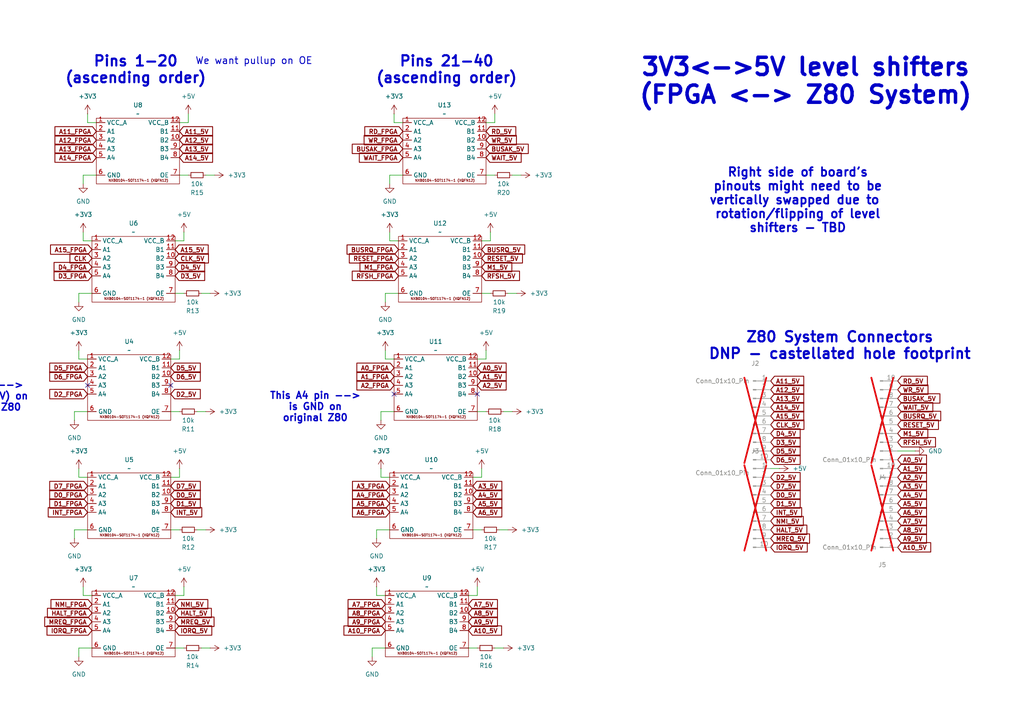
<source format=kicad_sch>
(kicad_sch (version 20231120) (generator "eeschema") (generator_version "8.0")
  (paper "A4")
  (title_block (company "University of Texas at Austin / Phoenix Semiconductor") (comment 1 "Connor Leu"))
  (lib_symbols
    (symbol "Connector:Conn_01x10_Pin" (pin_names (offset 1.016) hide)
      (property "Reference" "J" (at 0 12.7 0))
      (property "Value" "Conn_01x10_Pin" (at 0 -15.24 0))
      (symbol "Conn_01x10_Pin_1_1"
        (polyline (pts (xy 1.27 -12.7) (xy 0.8636 -12.7)) (stroke (width 0.1524)))
        (polyline (pts (xy 1.27 -10.16) (xy 0.8636 -10.16)) (stroke (width 0.1524)))
        (polyline (pts (xy 1.27 -7.62) (xy 0.8636 -7.62)) (stroke (width 0.1524)))
        (polyline (pts (xy 1.27 -5.08) (xy 0.8636 -5.08)) (stroke (width 0.1524)))
        (polyline (pts (xy 1.27 -2.54) (xy 0.8636 -2.54)) (stroke (width 0.1524)))
        (polyline (pts (xy 1.27 0) (xy 0.8636 0)) (stroke (width 0.1524)))
        (polyline (pts (xy 1.27 2.54) (xy 0.8636 2.54)) (stroke (width 0.1524)))
        (polyline (pts (xy 1.27 5.08) (xy 0.8636 5.08)) (stroke (width 0.1524)))
        (polyline (pts (xy 1.27 7.62) (xy 0.8636 7.62)) (stroke (width 0.1524)))
        (polyline (pts (xy 1.27 10.16) (xy 0.8636 10.16)) (stroke (width 0.1524)))
        (rectangle (start 0.8636 -12.573) (end 0 -12.827) (stroke (width 0.1524)) (fill (type outline)))
        (rectangle (start 0.8636 -10.033) (end 0 -10.287) (stroke (width 0.1524)) (fill (type outline)))
        (rectangle (start 0.8636 -7.493) (end 0 -7.747) (stroke (width 0.1524)) (fill (type outline)))
        (rectangle (start 0.8636 -4.953) (end 0 -5.207) (stroke (width 0.1524)) (fill (type outline)))
        (rectangle (start 0.8636 -2.413) (end 0 -2.667) (stroke (width 0.1524)) (fill (type outline)))
        (rectangle (start 0.8636 0.127) (end 0 -0.127) (stroke (width 0.1524)) (fill (type outline)))
        (rectangle (start 0.8636 2.667) (end 0 2.413) (stroke (width 0.1524)) (fill (type outline)))
        (rectangle (start 0.8636 5.207) (end 0 4.953) (stroke (width 0.1524)) (fill (type outline)))
        (rectangle (start 0.8636 7.747) (end 0 7.493) (stroke (width 0.1524)) (fill (type outline)))
        (rectangle (start 0.8636 10.287) (end 0 10.033) (stroke (width 0.1524)) (fill (type outline)))
        (pin passive line (at 5.08 10.16 180) (length 3.81) (name "Pin_1") (number "1"))
        (pin passive line (at 5.08 -12.7 180) (length 3.81) (name "Pin_10") (number "10"))
        (pin passive line (at 5.08 7.62 180) (length 3.81) (name "Pin_2") (number "2"))
        (pin passive line (at 5.08 5.08 180) (length 3.81) (name "Pin_3") (number "3"))
        (pin passive line (at 5.08 2.54 180) (length 3.81) (name "Pin_4") (number "4"))
        (pin passive line (at 5.08 0 180) (length 3.81) (name "Pin_5") (number "5"))
        (pin passive line (at 5.08 -2.54 180) (length 3.81) (name "Pin_6") (number "6"))
        (pin passive line (at 5.08 -5.08 180) (length 3.81) (name "Pin_7") (number "7"))
        (pin passive line (at 5.08 -7.62 180) (length 3.81) (name "Pin_8") (number "8"))
        (pin passive line (at 5.08 -10.16 180) (length 3.81) (name "Pin_9") (number "9"))
      )
    )
    (symbol "Device:R_Small" (pin_numbers hide) (pin_names (offset 0.254) hide)
      (property "Reference" "R" (at 0.762 0.508 0))
      (property "Value" "R_Small" (at 0.762 -1.016 0))
      (symbol "R_Small_0_1"
        (rectangle (start -0.762 1.778) (end 0.762 -1.778) (stroke (width 0.2032)))
      )
      (symbol "R_Small_1_1"
        (pin passive line (at 0 2.54 270) (length 0.762) (name "~") (number "1"))
        (pin passive line (at 0 -2.54 90) (length 0.762) (name "~") (number "2"))
      )
    )
    (symbol "custom_symbols:NXB0104_XQFN12"
      (property "Reference" "U" (at 7.112 0 0))
      (symbol "NXB0104_XQFN12_0_1"
        (rectangle (start -5.08 7.62) (end 19.05 -11.43))
      )
      (symbol "NXB0104_XQFN12_1_1"
        (text "NXB0104-SOT1174-1 (XQFN12)\n" (at 7.112 -10.414 0) (effects (font (size 0.7 0.7) (bold yes))))
        (pin input line (at -5.08 6.35 0) (length 2.54) (name "VCC_A") (number "1"))
        (pin bidirectional line (at 19.05 1.27 180) (length 2.54) (name "B2") (number "10"))
        (pin bidirectional line (at 19.05 3.81 180) (length 2.54) (name "B1") (number "11"))
        (pin input line (at 19.05 6.35 180) (length 2.54) (name "VCC_B") (number "12"))
        (pin bidirectional line (at -5.08 3.81 0) (length 2.54) (name "A1") (number "2"))
        (pin bidirectional line (at -5.08 1.27 0) (length 2.54) (name "A2") (number "3"))
        (pin bidirectional line (at -5.08 -1.27 0) (length 2.54) (name "A3") (number "4"))
        (pin bidirectional line (at -5.08 -3.81 0) (length 2.54) (name "A4") (number "5"))
        (pin input line (at -5.08 -8.89 0) (length 2.54) (name "GND") (number "6"))
        (pin input line (at 19.05 -8.89 180) (length 2.54) (name "OE") (number "7"))
        (pin bidirectional line (at 19.05 -3.81 180) (length 2.54) (name "B4") (number "8"))
        (pin bidirectional line (at 19.05 -1.27 180) (length 2.54) (name "B3") (number "9"))
      )
    )
    (symbol "power:+3V3" (power) (pin_numbers hide) (pin_names (offset 0) hide)
      (property "Value" "+3V3" (at 0 3.556 0))
      (symbol "+3V3_0_1"
        (polyline (pts (xy -0.762 1.27) (xy 0 2.54)))
        (polyline (pts (xy 0 0) (xy 0 2.54)))
        (polyline (pts (xy 0 2.54) (xy 0.762 1.27)))
      )
      (symbol "+3V3_1_1"
        (pin power_in line (at 0 0 90) (length 0) (name "~") (number "1"))
      )
    )
    (symbol "power:+5V" (power) (pin_numbers hide) (pin_names (offset 0) hide)
      (property "Value" "+5V" (at 0 3.556 0))
      (symbol "+5V_0_1"
        (polyline (pts (xy -0.762 1.27) (xy 0 2.54)))
        (polyline (pts (xy 0 0) (xy 0 2.54)))
        (polyline (pts (xy 0 2.54) (xy 0.762 1.27)))
      )
      (symbol "+5V_1_1"
        (pin power_in line (at 0 0 90) (length 0) (name "~") (number "1"))
      )
    )
    (symbol "power:GND" (power) (pin_numbers hide) (pin_names (offset 0) hide)
      (property "Value" "GND" (at 0 -3.81 0))
      (symbol "GND_0_1"
        (polyline (pts (xy 0 0) (xy 0 -1.27) (xy 1.27 -1.27) (xy 0 -2.54) (xy -1.27 -1.27) (xy 0 -1.27)))
      )
      (symbol "GND_1_1"
        (pin power_in line (at 0 0 270) (length 0) (name "~") (number "1"))
      )
    )
  )
  (no_connect (at 49.53 111.76))
  (no_connect (at 114.3 114.3))
  (no_connect (at 138.43 114.3))
  (no_connect (at 25.4 111.76))
  (wire (pts (xy 21.59 121.92) (xy 21.59 119.38)))
  (wire (pts (xy 114.3 35.56) (xy 116.84 35.56)))
  (wire (pts (xy 113.03 67.31) (xy 113.03 69.85)))
  (wire (pts (xy 22.86 85.09) (xy 26.67 85.09)))
  (wire (pts (xy 24.13 172.72) (xy 26.67 172.72)))
  (wire (pts (xy 139.7 135.89) (xy 139.7 138.43)))
  (wire (pts (xy 111.76 87.63) (xy 111.76 85.09)))
  (wire (pts (xy 52.07 101.6) (xy 52.07 104.14)))
  (wire (pts (xy 140.97 101.6) (xy 140.97 104.14)))
  (wire (pts (xy 110.49 119.38) (xy 114.3 119.38)))
  (wire (pts (xy 50.8 85.09) (xy 53.34 85.09)))
  (wire (pts (xy 22.86 87.63) (xy 22.86 85.09)))
  (wire (pts (xy 138.43 170.18) (xy 138.43 172.72)))
  (wire (pts (xy 57.15 153.67) (xy 59.69 153.67)))
  (wire (pts (xy 24.13 67.31) (xy 24.13 69.85)))
  (wire (pts (xy 111.76 101.6) (xy 111.76 104.14)))
  (wire (pts (xy 24.13 170.18) (xy 24.13 172.72)))
  (wire (pts (xy 21.59 119.38) (xy 25.4 119.38)))
  (wire (pts (xy 146.05 119.38) (xy 148.59 119.38)))
  (wire (pts (xy 21.59 156.21) (xy 21.59 153.67)))
  (wire (pts (xy 142.24 69.85) (xy 139.7 69.85)))
  (wire (pts (xy 113.03 53.34) (xy 113.03 50.8)))
  (wire (pts (xy 138.43 119.38) (xy 140.97 119.38)))
  (wire (pts (xy 52.07 138.43) (xy 49.53 138.43)))
  (wire (pts (xy 140.97 104.14) (xy 138.43 104.14)))
  (wire (pts (xy 50.8 187.96) (xy 53.34 187.96)))
  (wire (pts (xy 49.53 119.38) (xy 52.07 119.38)))
  (wire (pts (xy 49.53 153.67) (xy 52.07 153.67)))
  (wire (pts (xy 113.03 69.85) (xy 115.57 69.85)))
  (wire (pts (xy 138.43 172.72) (xy 135.89 172.72)))
  (wire (pts (xy 53.34 67.31) (xy 53.34 69.85)))
  (wire (pts (xy 22.86 104.14) (xy 25.4 104.14)))
  (wire (pts (xy 24.13 53.34) (xy 24.13 50.8)))
  (wire (pts (xy 25.4 35.56) (xy 27.94 35.56)))
  (wire (pts (xy 144.78 153.67) (xy 147.32 153.67)))
  (wire (pts (xy 22.86 135.89) (xy 22.86 138.43)))
  (wire (pts (xy 107.95 187.96) (xy 111.76 187.96)))
  (wire (pts (xy 114.3 33.02) (xy 114.3 35.56)))
  (wire (pts (xy 110.49 135.89) (xy 110.49 138.43)))
  (wire (pts (xy 110.49 138.43) (xy 113.03 138.43)))
  (wire (pts (xy 24.13 50.8) (xy 27.94 50.8)))
  (wire (pts (xy 140.97 50.8) (xy 143.51 50.8)))
  (wire (pts (xy 109.22 172.72) (xy 111.76 172.72)))
  (wire (pts (xy 58.42 187.96) (xy 60.96 187.96)))
  (wire (pts (xy 53.34 69.85) (xy 50.8 69.85)))
  (wire (pts (xy 139.7 138.43) (xy 137.16 138.43)))
  (wire (pts (xy 107.95 190.5) (xy 107.95 187.96)))
  (wire (pts (xy 135.89 187.96) (xy 138.43 187.96)))
  (wire (pts (xy 111.76 104.14) (xy 114.3 104.14)))
  (wire (pts (xy 57.15 119.38) (xy 59.69 119.38)))
  (wire (pts (xy 109.22 156.21) (xy 109.22 153.67)))
  (wire (pts (xy 143.51 187.96) (xy 146.05 187.96)))
  (wire (pts (xy 53.34 172.72) (xy 50.8 172.72)))
  (wire (pts (xy 22.86 187.96) (xy 26.67 187.96)))
  (wire (pts (xy 25.4 33.02) (xy 25.4 35.56)))
  (wire (pts (xy 52.07 50.8) (xy 54.61 50.8)))
  (wire (pts (xy 111.76 85.09) (xy 115.57 85.09)))
  (wire (pts (xy 113.03 50.8) (xy 116.84 50.8)))
  (wire (pts (xy 223.52 135.89) (xy 226.06 135.89)))
  (wire (pts (xy 54.61 35.56) (xy 52.07 35.56)))
  (wire (pts (xy 260.35 130.81) (xy 265.43 130.81)))
  (wire (pts (xy 109.22 170.18) (xy 109.22 172.72)))
  (wire (pts (xy 143.51 35.56) (xy 140.97 35.56)))
  (wire (pts (xy 148.59 50.8) (xy 151.13 50.8)))
  (wire (pts (xy 22.86 190.5) (xy 22.86 187.96)))
  (wire (pts (xy 142.24 67.31) (xy 142.24 69.85)))
  (wire (pts (xy 143.51 33.02) (xy 143.51 35.56)))
  (wire (pts (xy 137.16 153.67) (xy 139.7 153.67)))
  (wire (pts (xy 52.07 104.14) (xy 49.53 104.14)))
  (wire (pts (xy 139.7 85.09) (xy 142.24 85.09)))
  (wire (pts (xy 110.49 121.92) (xy 110.49 119.38)))
  (wire (pts (xy 52.07 135.89) (xy 52.07 138.43)))
  (wire (pts (xy 58.42 85.09) (xy 60.96 85.09)))
  (wire (pts (xy 54.61 33.02) (xy 54.61 35.56)))
  (wire (pts (xy 109.22 153.67) (xy 113.03 153.67)))
  (wire (pts (xy 24.13 69.85) (xy 26.67 69.85)))
  (wire (pts (xy 22.86 101.6) (xy 22.86 104.14)))
  (wire (pts (xy 21.59 153.67) (xy 25.4 153.67)))
  (wire (pts (xy 147.32 85.09) (xy 149.86 85.09)))
  (wire (pts (xy 22.86 138.43) (xy 25.4 138.43)))
  (wire (pts (xy 53.34 170.18) (xy 53.34 172.72)))
  (wire (pts (xy 59.69 50.8) (xy 62.23 50.8)))
  (text "3V3<->5V level shifters\n(FPGA <-> Z80 System)" (at 233.68 23.622 0) (effects (font (size 5 5) (bold yes))))
  (text "Z80 System Connectors\nDNP - castellated hole footprint" (at 243.586 100.33 0) (effects (font (size 3 3) (bold yes))))
  (text "This A4 pin -->\nis GND on\noriginal Z80" (at 91.44 118.11 0) (effects (font (size 2 2) (bold yes))))
  (text "This A3 -->\nis VCC (5V) on\noriginal Z80" (at -3.302 115.062 0) (effects (font (size 2 2) (bold yes))))
  (text "We want pullup on OE" (at 73.66 17.78 0) (effects (font (size 2 2) (thickness 0.254) (bold yes))))
  (text "Right side of board's\npinouts might need to be\nvertically swapped due to \nrotation/flipping of level\nshifters - TBD" (at 231.394 58.166 0) (effects (font (size 2.5 2.5) (bold yes))))
  (text "Pins 21-40\n(ascending order)" (at 129.54 20.32 0) (effects (font (size 3 3) (bold yes))))
  (text "Pins 1-20\n(ascending order)" (at 39.37 20.32 0) (effects (font (size 3 3) (bold yes))))
  (global_label "A6_5V" (shape input) (at 137.16 148.59 0) (effects (font (bold yes))) (property "Intersheetrefs" "${INTERSHEET_REFS}" (effects (hide yes))))
  (global_label "A5_FPGA" (shape input) (at 113.03 146.05 180) (effects (font (bold yes))) (property "Intersheetrefs" "${INTERSHEET_REFS}" (effects (hide yes))))
  (global_label "D4_FPGA" (shape input) (at 26.67 77.47 180) (effects (font (bold yes))) (property "Intersheetrefs" "${INTERSHEET_REFS}" (effects (hide yes))))
  (global_label "A4_5V" (shape input) (at 137.16 143.51 0) (effects (font (bold yes))) (property "Intersheetrefs" "${INTERSHEET_REFS}" (effects (hide yes))))
  (global_label "BUSRQ_5V" (shape input) (at 139.7 72.39 0) (effects (font (bold yes))) (property "Intersheetrefs" "${INTERSHEET_REFS}" (effects (hide yes))))
  (global_label "A3_FPGA" (shape input) (at 113.03 140.97 180) (effects (font (bold yes))) (property "Intersheetrefs" "${INTERSHEET_REFS}" (effects (hide yes))))
  (global_label "D3_FPGA" (shape input) (at 26.67 80.01 180) (effects (font (bold yes))) (property "Intersheetrefs" "${INTERSHEET_REFS}" (effects (hide yes))))
  (global_label "A11_5V" (shape input) (at 223.52 110.49 0) (effects (font (bold yes))) (property "Intersheetrefs" "${INTERSHEET_REFS}" (effects (hide yes))))
  (global_label "HALT_5V" (shape input) (at 50.8 177.8 0) (effects (font (bold yes))) (property "Intersheetrefs" "${INTERSHEET_REFS}" (effects (hide yes))))
  (global_label "A5_5V" (shape input) (at 260.35 146.05 0) (effects (font (bold yes))) (property "Intersheetrefs" "${INTERSHEET_REFS}" (effects (hide yes))))
  (global_label "D6_5V" (shape input) (at 223.52 133.35 0) (effects (font (bold yes))) (property "Intersheetrefs" "${INTERSHEET_REFS}" (effects (hide yes))))
  (global_label "MREQ_5V" (shape input) (at 223.52 156.21 0) (effects (font (bold yes))) (property "Intersheetrefs" "${INTERSHEET_REFS}" (effects (hide yes))))
  (global_label "A0_5V" (shape input) (at 138.43 106.68 0) (effects (font (bold yes))) (property "Intersheetrefs" "${INTERSHEET_REFS}" (effects (hide yes))))
  (global_label "A2_FPGA" (shape input) (at 114.3 111.76 180) (effects (font (bold yes))) (property "Intersheetrefs" "${INTERSHEET_REFS}" (effects (hide yes))))
  (global_label "RESET_FPGA" (shape input) (at 115.57 74.93 180) (effects (font (bold yes))) (property "Intersheetrefs" "${INTERSHEET_REFS}" (effects (hide yes))))
  (global_label "WAIT_5V" (shape input) (at 260.35 118.11 0) (effects (font (bold yes))) (property "Intersheetrefs" "${INTERSHEET_REFS}" (effects (hide yes))))
  (global_label "IORQ_FPGA" (shape input) (at 26.67 182.88 180) (effects (font (bold yes))) (property "Intersheetrefs" "${INTERSHEET_REFS}" (effects (hide yes))))
  (global_label "D0_FPGA" (shape input) (at 25.4 143.51 180) (effects (font (bold yes))) (property "Intersheetrefs" "${INTERSHEET_REFS}" (effects (hide yes))))
  (global_label "A13_5V" (shape input) (at 223.52 115.57 0) (effects (font (bold yes))) (property "Intersheetrefs" "${INTERSHEET_REFS}" (effects (hide yes))))
  (global_label "D2_FPGA" (shape input) (at 25.4 114.3 180) (effects (font (bold yes))) (property "Intersheetrefs" "${INTERSHEET_REFS}" (effects (hide yes))))
  (global_label "A10_5V" (shape input) (at 260.35 158.75 0) (effects (font (bold yes))) (property "Intersheetrefs" "${INTERSHEET_REFS}" (effects (hide yes))))
  (global_label "D1_5V" (shape input) (at 49.53 146.05 0) (effects (font (bold yes))) (property "Intersheetrefs" "${INTERSHEET_REFS}" (effects (hide yes))))
  (global_label "D3_5V" (shape input) (at 50.8 80.01 0) (effects (font (bold yes))) (property "Intersheetrefs" "${INTERSHEET_REFS}" (effects (hide yes))))
  (global_label "WR_5V" (shape input) (at 260.35 113.03 0) (effects (font (bold yes))) (property "Intersheetrefs" "${INTERSHEET_REFS}" (effects (hide yes))))
  (global_label "A7_5V" (shape input) (at 135.89 175.26 0) (effects (font (bold yes))) (property "Intersheetrefs" "${INTERSHEET_REFS}" (effects (hide yes))))
  (global_label "RFSH_5V" (shape input) (at 260.35 128.27 0) (effects (font (bold yes))) (property "Intersheetrefs" "${INTERSHEET_REFS}" (effects (hide yes))))
  (global_label "WAIT_5V" (shape input) (at 140.97 45.72 0) (effects (font (bold yes))) (property "Intersheetrefs" "${INTERSHEET_REFS}" (effects (hide yes))))
  (global_label "BUSRQ_FPGA" (shape input) (at 115.57 72.39 180) (effects (font (bold yes))) (property "Intersheetrefs" "${INTERSHEET_REFS}" (effects (hide yes))))
  (global_label "CLK" (shape input) (at 26.67 74.93 180) (effects (font (bold yes))) (property "Intersheetrefs" "${INTERSHEET_REFS}" (effects (hide yes))))
  (global_label "A13_FPGA" (shape input) (at 27.94 43.18 180) (effects (font (bold yes))) (property "Intersheetrefs" "${INTERSHEET_REFS}" (effects (hide yes))))
  (global_label "D5_FPGA" (shape input) (at 25.4 106.68 180) (effects (font (bold yes))) (property "Intersheetrefs" "${INTERSHEET_REFS}" (effects (hide yes))))
  (global_label "D6_FPGA" (shape input) (at 25.4 109.22 180) (effects (font (bold yes))) (property "Intersheetrefs" "${INTERSHEET_REFS}" (effects (hide yes))))
  (global_label "BUSAK_5V" (shape input) (at 260.35 115.57 0) (effects (font (bold yes))) (property "Intersheetrefs" "${INTERSHEET_REFS}" (effects (hide yes))))
  (global_label "D1_FPGA" (shape input) (at 25.4 146.05 180) (effects (font (bold yes))) (property "Intersheetrefs" "${INTERSHEET_REFS}" (effects (hide yes))))
  (global_label "M1_5V" (shape input) (at 260.35 125.73 0) (effects (font (bold yes))) (property "Intersheetrefs" "${INTERSHEET_REFS}" (effects (hide yes))))
  (global_label "A12_FPGA" (shape input) (at 27.94 40.64 180) (effects (font (bold yes))) (property "Intersheetrefs" "${INTERSHEET_REFS}" (effects (hide yes))))
  (global_label "NMI_5V" (shape input) (at 50.8 175.26 0) (effects (font (bold yes))) (property "Intersheetrefs" "${INTERSHEET_REFS}" (effects (hide yes))))
  (global_label "A2_5V" (shape input) (at 260.35 138.43 0) (effects (font (bold yes))) (property "Intersheetrefs" "${INTERSHEET_REFS}" (effects (hide yes))))
  (global_label "CLK_5V" (shape input) (at 50.8 74.93 0) (effects (font (bold yes))) (property "Intersheetrefs" "${INTERSHEET_REFS}" (effects (hide yes))))
  (global_label "A0_FPGA" (shape input) (at 114.3 106.68 180) (effects (font (bold yes))) (property "Intersheetrefs" "${INTERSHEET_REFS}" (effects (hide yes))))
  (global_label "A8_FPGA" (shape input) (at 111.76 177.8 180) (effects (font (bold yes))) (property "Intersheetrefs" "${INTERSHEET_REFS}" (effects (hide yes))))
  (global_label "A10_FPGA" (shape input) (at 111.76 182.88 180) (effects (font (bold yes))) (property "Intersheetrefs" "${INTERSHEET_REFS}" (effects (hide yes))))
  (global_label "A10_5V" (shape input) (at 135.89 182.88 0) (effects (font (bold yes))) (property "Intersheetrefs" "${INTERSHEET_REFS}" (effects (hide yes))))
  (global_label "A4_5V" (shape input) (at 260.35 143.51 0) (effects (font (bold yes))) (property "Intersheetrefs" "${INTERSHEET_REFS}" (effects (hide yes))))
  (global_label "A7_5V" (shape input) (at 260.35 151.13 0) (effects (font (bold yes))) (property "Intersheetrefs" "${INTERSHEET_REFS}" (effects (hide yes))))
  (global_label "BUSAK_FPGA" (shape input) (at 116.84 43.18 180) (effects (font (bold yes))) (property "Intersheetrefs" "${INTERSHEET_REFS}" (effects (hide yes))))
  (global_label "A3_5V" (shape input) (at 260.35 140.97 0) (effects (font (bold yes))) (property "Intersheetrefs" "${INTERSHEET_REFS}" (effects (hide yes))))
  (global_label "IORQ_5V" (shape input) (at 223.52 158.75 0) (effects (font (bold yes))) (property "Intersheetrefs" "${INTERSHEET_REFS}" (effects (hide yes))))
  (global_label "RFSH_5V" (shape input) (at 139.7 80.01 0) (effects (font (bold yes))) (property "Intersheetrefs" "${INTERSHEET_REFS}" (effects (hide yes))))
  (global_label "RFSH_FPGA" (shape input) (at 115.57 80.01 180) (effects (font (bold yes))) (property "Intersheetrefs" "${INTERSHEET_REFS}" (effects (hide yes))))
  (global_label "D1_5V" (shape input) (at 223.52 146.05 0) (effects (font (bold yes))) (property "Intersheetrefs" "${INTERSHEET_REFS}" (effects (hide yes))))
  (global_label "D7_5V" (shape input) (at 49.53 140.97 0) (effects (font (bold yes))) (property "Intersheetrefs" "${INTERSHEET_REFS}" (effects (hide yes))))
  (global_label "WR_5V" (shape input) (at 140.97 40.64 0) (effects (font (bold yes))) (property "Intersheetrefs" "${INTERSHEET_REFS}" (effects (hide yes))))
  (global_label "RD_5V" (shape input) (at 260.35 110.49 0) (effects (font (bold yes))) (property "Intersheetrefs" "${INTERSHEET_REFS}" (effects (hide yes))))
  (global_label "A2_5V" (shape input) (at 138.43 111.76 0) (effects (font (bold yes))) (property "Intersheetrefs" "${INTERSHEET_REFS}" (effects (hide yes))))
  (global_label "D5_5V" (shape input) (at 223.52 130.81 0) (effects (font (bold yes))) (property "Intersheetrefs" "${INTERSHEET_REFS}" (effects (hide yes))))
  (global_label "D4_5V" (shape input) (at 223.52 125.73 0) (effects (font (bold yes))) (property "Intersheetrefs" "${INTERSHEET_REFS}" (effects (hide yes))))
  (global_label "A9_FPGA" (shape input) (at 111.76 180.34 180) (effects (font (bold yes))) (property "Intersheetrefs" "${INTERSHEET_REFS}" (effects (hide yes))))
  (global_label "M1_FPGA" (shape input) (at 115.57 77.47 180) (effects (font (bold yes))) (property "Intersheetrefs" "${INTERSHEET_REFS}" (effects (hide yes))))
  (global_label "A1_5V" (shape input) (at 138.43 109.22 0) (effects (font (bold yes))) (property "Intersheetrefs" "${INTERSHEET_REFS}" (effects (hide yes))))
  (global_label "A6_FPGA" (shape input) (at 113.03 148.59 180) (effects (font (bold yes))) (property "Intersheetrefs" "${INTERSHEET_REFS}" (effects (hide yes))))
  (global_label "BUSAK_5V" (shape input) (at 140.97 43.18 0) (effects (font (bold yes))) (property "Intersheetrefs" "${INTERSHEET_REFS}" (effects (hide yes))))
  (global_label "A8_5V" (shape input) (at 260.35 153.67 0) (effects (font (bold yes))) (property "Intersheetrefs" "${INTERSHEET_REFS}" (effects (hide yes))))
  (global_label "A15_5V" (shape input) (at 223.52 120.65 0) (effects (font (bold yes))) (property "Intersheetrefs" "${INTERSHEET_REFS}" (effects (hide yes))))
  (global_label "A3_5V" (shape input) (at 137.16 140.97 0) (effects (font (bold yes))) (property "Intersheetrefs" "${INTERSHEET_REFS}" (effects (hide yes))))
  (global_label "D7_5V" (shape input) (at 223.52 140.97 0) (effects (font (bold yes))) (property "Intersheetrefs" "${INTERSHEET_REFS}" (effects (hide yes))))
  (global_label "RD_5V" (shape input) (at 140.97 38.1 0) (effects (font (bold yes))) (property "Intersheetrefs" "${INTERSHEET_REFS}" (effects (hide yes))))
  (global_label "D0_5V" (shape input) (at 49.53 143.51 0) (effects (font (bold yes))) (property "Intersheetrefs" "${INTERSHEET_REFS}" (effects (hide yes))))
  (global_label "D4_5V" (shape input) (at 50.8 77.47 0) (effects (font (bold yes))) (property "Intersheetrefs" "${INTERSHEET_REFS}" (effects (hide yes))))
  (global_label "D0_5V" (shape input) (at 223.52 143.51 0) (effects (font (bold yes))) (property "Intersheetrefs" "${INTERSHEET_REFS}" (effects (hide yes))))
  (global_label "RESET_5V" (shape input) (at 139.7 74.93 0) (effects (font (bold yes))) (property "Intersheetrefs" "${INTERSHEET_REFS}" (effects (hide yes))))
  (global_label "A14_5V" (shape input) (at 52.07 45.72 0) (effects (font (bold yes))) (property "Intersheetrefs" "${INTERSHEET_REFS}" (effects (hide yes))))
  (global_label "HALT_5V" (shape input) (at 223.52 153.67 0) (effects (font (bold yes))) (property "Intersheetrefs" "${INTERSHEET_REFS}" (effects (hide yes))))
  (global_label "A12_5V" (shape input) (at 223.52 113.03 0) (effects (font (bold yes))) (property "Intersheetrefs" "${INTERSHEET_REFS}" (effects (hide yes))))
  (global_label "IORQ_5V" (shape input) (at 50.8 182.88 0) (effects (font (bold yes))) (property "Intersheetrefs" "${INTERSHEET_REFS}" (effects (hide yes))))
  (global_label "INT_5V" (shape input) (at 223.52 148.59 0) (effects (font (bold yes))) (property "Intersheetrefs" "${INTERSHEET_REFS}" (effects (hide yes))))
  (global_label "HALT_FPGA" (shape input) (at 26.67 177.8 180) (effects (font (bold yes))) (property "Intersheetrefs" "${INTERSHEET_REFS}" (effects (hide yes))))
  (global_label "A12_5V" (shape input) (at 52.07 40.64 0) (effects (font (bold yes))) (property "Intersheetrefs" "${INTERSHEET_REFS}" (effects (hide yes))))
  (global_label "A1_5V" (shape input) (at 260.35 135.89 0) (effects (font (bold yes))) (property "Intersheetrefs" "${INTERSHEET_REFS}" (effects (hide yes))))
  (global_label "A6_5V" (shape input) (at 260.35 148.59 0) (effects (font (bold yes))) (property "Intersheetrefs" "${INTERSHEET_REFS}" (effects (hide yes))))
  (global_label "A15_FPGA" (shape input) (at 26.67 72.39 180) (effects (font (bold yes))) (property "Intersheetrefs" "${INTERSHEET_REFS}" (effects (hide yes))))
  (global_label "RD_FPGA" (shape input) (at 116.84 38.1 180) (effects (font (bold yes))) (property "Intersheetrefs" "${INTERSHEET_REFS}" (effects (hide yes))))
  (global_label "D2_5V" (shape input) (at 223.52 138.43 0) (effects (font (bold yes))) (property "Intersheetrefs" "${INTERSHEET_REFS}" (effects (hide yes))))
  (global_label "RESET_5V" (shape input) (at 260.35 123.19 0) (effects (font (bold yes))) (property "Intersheetrefs" "${INTERSHEET_REFS}" (effects (hide yes))))
  (global_label "D5_5V" (shape input) (at 49.53 106.68 0) (effects (font (bold yes))) (property "Intersheetrefs" "${INTERSHEET_REFS}" (effects (hide yes))))
  (global_label "WR_FPGA" (shape input) (at 116.84 40.64 180) (effects (font (bold yes))) (property "Intersheetrefs" "${INTERSHEET_REFS}" (effects (hide yes))))
  (global_label "A13_5V" (shape input) (at 52.07 43.18 0) (effects (font (bold yes))) (property "Intersheetrefs" "${INTERSHEET_REFS}" (effects (hide yes))))
  (global_label "A4_FPGA" (shape input) (at 113.03 143.51 180) (effects (font (bold yes))) (property "Intersheetrefs" "${INTERSHEET_REFS}" (effects (hide yes))))
  (global_label "A7_FPGA" (shape input) (at 111.76 175.26 180) (effects (font (bold yes))) (property "Intersheetrefs" "${INTERSHEET_REFS}" (effects (hide yes))))
  (global_label "MREQ_5V" (shape input) (at 50.8 180.34 0) (effects (font (bold yes))) (property "Intersheetrefs" "${INTERSHEET_REFS}" (effects (hide yes))))
  (global_label "A14_5V" (shape input) (at 223.52 118.11 0) (effects (font (bold yes))) (property "Intersheetrefs" "${INTERSHEET_REFS}" (effects (hide yes))))
  (global_label "NMI_5V" (shape input) (at 223.52 151.13 0) (effects (font (bold yes))) (property "Intersheetrefs" "${INTERSHEET_REFS}" (effects (hide yes))))
  (global_label "D6_5V" (shape input) (at 49.53 109.22 0) (effects (font (bold yes))) (property "Intersheetrefs" "${INTERSHEET_REFS}" (effects (hide yes))))
  (global_label "WAIT_FPGA" (shape input) (at 116.84 45.72 180) (effects (font (bold yes))) (property "Intersheetrefs" "${INTERSHEET_REFS}" (effects (hide yes))))
  (global_label "A0_5V" (shape input) (at 260.35 133.35 0) (effects (font (bold yes))) (property "Intersheetrefs" "${INTERSHEET_REFS}" (effects (hide yes))))
  (global_label "D2_5V" (shape input) (at 49.53 114.3 0) (effects (font (bold yes))) (property "Intersheetrefs" "${INTERSHEET_REFS}" (effects (hide yes))))
  (global_label "A1_FPGA" (shape input) (at 114.3 109.22 180) (effects (font (bold yes))) (property "Intersheetrefs" "${INTERSHEET_REFS}" (effects (hide yes))))
  (global_label "A9_5V" (shape input) (at 135.89 180.34 0) (effects (font (bold yes))) (property "Intersheetrefs" "${INTERSHEET_REFS}" (effects (hide yes))))
  (global_label "CLK_5V" (shape input) (at 223.52 123.19 0) (effects (font (bold yes))) (property "Intersheetrefs" "${INTERSHEET_REFS}" (effects (hide yes))))
  (global_label "A11_FPGA" (shape input) (at 27.94 38.1 180) (effects (font (bold yes))) (property "Intersheetrefs" "${INTERSHEET_REFS}" (effects (hide yes))))
  (global_label "NMI_FPGA" (shape input) (at 26.67 175.26 180) (effects (font (bold yes))) (property "Intersheetrefs" "${INTERSHEET_REFS}" (effects (hide yes))))
  (global_label "A14_FPGA" (shape input) (at 27.94 45.72 180) (effects (font (bold yes))) (property "Intersheetrefs" "${INTERSHEET_REFS}" (effects (hide yes))))
  (global_label "INT_FPGA" (shape input) (at 25.4 148.59 180) (effects (font (bold yes))) (property "Intersheetrefs" "${INTERSHEET_REFS}" (effects (hide yes))))
  (global_label "A9_5V" (shape input) (at 260.35 156.21 0) (effects (font (bold yes))) (property "Intersheetrefs" "${INTERSHEET_REFS}" (effects (hide yes))))
  (global_label "M1_5V" (shape input) (at 139.7 77.47 0) (effects (font (bold yes))) (property "Intersheetrefs" "${INTERSHEET_REFS}" (effects (hide yes))))
  (global_label "MREQ_FPGA" (shape input) (at 26.67 180.34 180) (effects (font (bold yes))) (property "Intersheetrefs" "${INTERSHEET_REFS}" (effects (hide yes))))
  (global_label "D7_FPGA" (shape input) (at 25.4 140.97 180) (effects (font (bold yes))) (property "Intersheetrefs" "${INTERSHEET_REFS}" (effects (hide yes))))
  (global_label "D3_5V" (shape input) (at 223.52 128.27 0) (effects (font (bold yes))) (property "Intersheetrefs" "${INTERSHEET_REFS}" (effects (hide yes))))
  (global_label "BUSRQ_5V" (shape input) (at 260.35 120.65 0) (effects (font (bold yes))) (property "Intersheetrefs" "${INTERSHEET_REFS}" (effects (hide yes))))
  (global_label "A8_5V" (shape input) (at 135.89 177.8 0) (effects (font (bold yes))) (property "Intersheetrefs" "${INTERSHEET_REFS}" (effects (hide yes))))
  (global_label "A11_5V" (shape input) (at 52.07 38.1 0) (effects (font (bold yes))) (property "Intersheetrefs" "${INTERSHEET_REFS}" (effects (hide yes))))
  (global_label "A5_5V" (shape input) (at 137.16 146.05 0) (effects (font (bold yes))) (property "Intersheetrefs" "${INTERSHEET_REFS}" (effects (hide yes))))
  (global_label "INT_5V" (shape input) (at 49.53 148.59 0) (effects (font (bold yes))) (property "Intersheetrefs" "${INTERSHEET_REFS}" (effects (hide yes))))
  (global_label "A15_5V" (shape input) (at 50.8 72.39 0) (effects (font (bold yes))) (property "Intersheetrefs" "${INTERSHEET_REFS}" (effects (hide yes))))
  (symbol (lib_id "power:+5V") (at 226.06 135.89 270) (unit 1)
    (property "Reference" "#PWR073" (effects (hide yes)))
    (property "Value" "+5V" (at 229.87 135.8899 90) (effects (justify left)))
    (property "Description" "Power symbol creates a global label with name \"+5V\"" (effects (hide yes)))
  )
  (symbol (lib_id "power:+5V") (at 138.43 170.18 0) (unit 1)
    (property "Reference" "#PWR063" (effects (hide yes)))
    (property "Value" "+5V" (at 138.43 165.1 0))
    (property "Description" "Power symbol creates a global label with name \"+5V\"" (effects (hide yes)))
  )
  (symbol (lib_id "power:+3V3") (at 62.23 50.8 270) (unit 1)
    (property "Reference" "#PWR052" (effects (hide yes)))
    (property "Value" "+3V3" (at 66.04 50.7999 90) (effects (justify left)))
    (property "Description" "Power symbol creates a global label with name \"+3V3\"" (effects (hide yes)))
  )
  (symbol (lib_id "power:+3V3") (at 109.22 170.18 0) (unit 1)
    (property "Reference" "#PWR055" (effects (hide yes)))
    (property "Value" "+3V3" (at 109.22 165.1 0))
    (property "Description" "Power symbol creates a global label with name \"+3V3\"" (effects (hide yes)))
  )
  (symbol (lib_id "custom_symbols:NXB0104_XQFN12") (at 31.75 76.2 0) (unit 1)
    (property "Reference" "U6" (at 38.735 64.77 0))
    (property "Value" "~" (at 38.735 67.31 0))
    (property "Footprint" "hardware:NXB0104GU12X" (effects (hide yes)))
  )
  (symbol (lib_id "power:+3V3") (at 149.86 85.09 270) (unit 1)
    (property "Reference" "#PWR071" (effects (hide yes)))
    (property "Value" "+3V3" (at 153.67 85.0899 90) (effects (justify left)))
    (property "Description" "Power symbol creates a global label with name \"+3V3\"" (effects (hide yes)))
  )
  (symbol (lib_id "power:+3V3") (at 22.86 101.6 0) (unit 1)
    (property "Reference" "#PWR036" (effects (hide yes)))
    (property "Value" "+3V3" (at 22.86 96.52 0))
    (property "Description" "Power symbol creates a global label with name \"+3V3\"" (effects (hide yes)))
  )
  (symbol (lib_id "power:+3V3") (at 60.96 85.09 270) (unit 1)
    (property "Reference" "#PWR050" (effects (hide yes)))
    (property "Value" "+3V3" (at 64.77 85.0899 90) (effects (justify left)))
    (property "Description" "Power symbol creates a global label with name \"+3V3\"" (effects (hide yes)))
  )
  (symbol (lib_id "power:+3V3") (at 151.13 50.8 270) (unit 1)
    (property "Reference" "#PWR072" (effects (hide yes)))
    (property "Value" "+3V3" (at 154.94 50.7999 90) (effects (justify left)))
    (property "Description" "Power symbol creates a global label with name \"+3V3\"" (effects (hide yes)))
  )
  (symbol (lib_id "power:+3V3") (at 59.69 119.38 270) (unit 1)
    (property "Reference" "#PWR048" (effects (hide yes)))
    (property "Value" "+3V3" (at 63.5 119.3799 90) (effects (justify left)))
    (property "Description" "Power symbol creates a global label with name \"+3V3\"" (effects (hide yes)))
  )
  (symbol (lib_id "power:+3V3") (at 148.59 119.38 270) (unit 1)
    (property "Reference" "#PWR070" (effects (hide yes)))
    (property "Value" "+3V3" (at 152.4 119.3799 90) (effects (justify left)))
    (property "Description" "Power symbol creates a global label with name \"+3V3\"" (effects (hide yes)))
  )
  (symbol (lib_id "custom_symbols:NXB0104_XQFN12") (at 118.11 144.78 0) (unit 1)
    (property "Reference" "U10" (at 125.095 133.35 0))
    (property "Value" "~" (at 125.095 135.89 0))
    (property "Footprint" "hardware:NXB0104GU12X" (effects (hide yes)))
  )
  (symbol (lib_id "Device:R_Small") (at 55.88 187.96 270) (unit 1)
    (property "Reference" "R14" (at 55.88 193.04 90))
    (property "Value" "10k" (at 55.88 190.5 90))
    (property "Footprint" "Resistor_SMD:R_0201_0603Metric" (effects (hide yes)))
    (property "Description" "Resistor, small symbol" (effects (hide yes)))
  )
  (symbol (lib_id "power:GND") (at 113.03 53.34 0) (unit 1)
    (property "Reference" "#PWR060" (effects (hide yes)))
    (property "Value" "GND" (at 113.03 58.42 0))
    (property "Description" "Power symbol creates a global label with name \"GND\" , ground" (effects (hide yes)))
  )
  (symbol (lib_id "Device:R_Small") (at 57.15 50.8 270) (unit 1)
    (property "Reference" "R15" (at 57.15 55.88 90))
    (property "Value" "10k" (at 57.15 53.34 90))
    (property "Footprint" "Resistor_SMD:R_0201_0603Metric" (effects (hide yes)))
    (property "Description" "Resistor, small symbol" (effects (hide yes)))
  )
  (symbol (lib_id "custom_symbols:NXB0104_XQFN12") (at 30.48 110.49 0) (unit 1)
    (property "Reference" "U4" (at 37.465 99.06 0))
    (property "Value" "~" (at 37.465 101.6 0))
    (property "Footprint" "hardware:NXB0104GU12X" (effects (hide yes)))
  )
  (symbol (lib_id "Device:R_Small") (at 140.97 187.96 270) (unit 1)
    (property "Reference" "R16" (at 140.97 193.04 90))
    (property "Value" "10k" (at 140.97 190.5 90))
    (property "Footprint" "Resistor_SMD:R_0201_0603Metric" (effects (hide yes)))
    (property "Description" "Resistor, small symbol" (effects (hide yes)))
  )
  (symbol (lib_id "Connector:Conn_01x10_Pin") (at 218.44 120.65 0) (unit 1) (in_bom no) (dnp yes)
    (property "Reference" "J2" (at 219.075 105.41 0))
    (property "Value" "Conn_01x10_Pin" (at 209.55 110.49 0))
    (property "Footprint" "Connector_PinHeader_2.54mm:PinHeader_1x10_P2.54mm_Vertical" (effects (hide yes)))
    (property "Description" "Generic connector, single row, 01x10, script generated" (effects (hide yes)))
  )
  (symbol (lib_id "power:+5V") (at 54.61 33.02 0) (unit 1)
    (property "Reference" "#PWR047" (effects (hide yes)))
    (property "Value" "+5V" (at 54.61 27.94 0))
    (property "Description" "Power symbol creates a global label with name \"+5V\"" (effects (hide yes)))
  )
  (symbol (lib_id "custom_symbols:NXB0104_XQFN12") (at 119.38 110.49 0) (unit 1)
    (property "Reference" "U11" (at 126.365 99.06 0))
    (property "Value" "~" (at 126.365 101.6 0))
    (property "Footprint" "hardware:NXB0104GU12X" (effects (hide yes)))
  )
  (symbol (lib_id "custom_symbols:NXB0104_XQFN12") (at 121.92 41.91 0) (unit 1)
    (property "Reference" "U13" (at 128.905 30.48 0))
    (property "Value" "~" (at 128.905 33.02 0))
    (property "Footprint" "hardware:NXB0104GU12X" (effects (hide yes)))
  )
  (symbol (lib_id "power:+3V3") (at 111.76 101.6 0) (unit 1)
    (property "Reference" "#PWR059" (effects (hide yes)))
    (property "Value" "+3V3" (at 111.76 96.52 0))
    (property "Description" "Power symbol creates a global label with name \"+3V3\"" (effects (hide yes)))
  )
  (symbol (lib_id "power:+3V3") (at 110.49 135.89 0) (unit 1)
    (property "Reference" "#PWR057" (effects (hide yes)))
    (property "Value" "+3V3" (at 110.49 130.81 0))
    (property "Description" "Power symbol creates a global label with name \"+3V3\"" (effects (hide yes)))
  )
  (symbol (lib_id "power:+3V3") (at 59.69 153.67 270) (unit 1)
    (property "Reference" "#PWR049" (effects (hide yes)))
    (property "Value" "+3V3" (at 63.5 153.6699 90) (effects (justify left)))
    (property "Description" "Power symbol creates a global label with name \"+3V3\"" (effects (hide yes)))
  )
  (symbol (lib_id "power:GND") (at 22.86 190.5 0) (unit 1)
    (property "Reference" "#PWR038" (effects (hide yes)))
    (property "Value" "GND" (at 22.86 195.58 0))
    (property "Description" "Power symbol creates a global label with name \"GND\" , ground" (effects (hide yes)))
  )
  (symbol (lib_id "power:GND") (at 109.22 156.21 0) (unit 1)
    (property "Reference" "#PWR054" (effects (hide yes)))
    (property "Value" "GND" (at 109.22 161.29 0))
    (property "Description" "Power symbol creates a global label with name \"GND\" , ground" (effects (hide yes)))
  )
  (symbol (lib_id "Device:R_Small") (at 144.78 85.09 270) (unit 1)
    (property "Reference" "R19" (at 144.78 90.17 90))
    (property "Value" "10k" (at 144.78 87.63 90))
    (property "Footprint" "Resistor_SMD:R_0201_0603Metric" (effects (hide yes)))
    (property "Description" "Resistor, small symbol" (effects (hide yes)))
  )
  (symbol (lib_id "power:+5V") (at 53.34 170.18 0) (unit 1)
    (property "Reference" "#PWR046" (effects (hide yes)))
    (property "Value" "+5V" (at 53.34 165.1 0))
    (property "Description" "Power symbol creates a global label with name \"+5V\"" (effects (hide yes)))
  )
  (symbol (lib_id "power:+3V3") (at 146.05 187.96 270) (unit 1)
    (property "Reference" "#PWR068" (effects (hide yes)))
    (property "Value" "+3V3" (at 149.86 187.9599 90) (effects (justify left)))
    (property "Description" "Power symbol creates a global label with name \"+3V3\"" (effects (hide yes)))
  )
  (symbol (lib_id "power:+3V3") (at 24.13 170.18 0) (unit 1)
    (property "Reference" "#PWR041" (effects (hide yes)))
    (property "Value" "+3V3" (at 24.13 165.1 0))
    (property "Description" "Power symbol creates a global label with name \"+3V3\"" (effects (hide yes)))
  )
  (symbol (lib_id "power:+3V3") (at 114.3 33.02 0) (unit 1)
    (property "Reference" "#PWR062" (effects (hide yes)))
    (property "Value" "+3V3" (at 114.3 27.94 0))
    (property "Description" "Power symbol creates a global label with name \"+3V3\"" (effects (hide yes)))
  )
  (symbol (lib_id "custom_symbols:NXB0104_XQFN12") (at 120.65 76.2 0) (unit 1)
    (property "Reference" "U12" (at 127.635 64.77 0))
    (property "Value" "~" (at 127.635 67.31 0))
    (property "Footprint" "hardware:NXB0104GU12X" (effects (hide yes)))
  )
  (symbol (lib_id "power:GND") (at 24.13 53.34 0) (unit 1)
    (property "Reference" "#PWR039" (effects (hide yes)))
    (property "Value" "GND" (at 24.13 58.42 0))
    (property "Description" "Power symbol creates a global label with name \"GND\" , ground" (effects (hide yes)))
  )
  (symbol (lib_id "Device:R_Small") (at 142.24 153.67 270) (unit 1)
    (property "Reference" "R17" (at 142.24 158.75 90))
    (property "Value" "10k" (at 142.24 156.21 90))
    (property "Footprint" "Resistor_SMD:R_0201_0603Metric" (effects (hide yes)))
    (property "Description" "Resistor, small symbol" (effects (hide yes)))
  )
  (symbol (lib_id "power:+3V3") (at 25.4 33.02 0) (unit 1)
    (property "Reference" "#PWR042" (effects (hide yes)))
    (property "Value" "+3V3" (at 25.4 27.94 0))
    (property "Description" "Power symbol creates a global label with name \"+3V3\"" (effects (hide yes)))
  )
  (symbol (lib_id "power:GND") (at 21.59 156.21 0) (unit 1)
    (property "Reference" "#PWR034" (effects (hide yes)))
    (property "Value" "GND" (at 21.59 161.29 0))
    (property "Description" "Power symbol creates a global label with name \"GND\" , ground" (effects (hide yes)))
  )
  (symbol (lib_id "custom_symbols:NXB0104_XQFN12") (at 31.75 179.07 0) (unit 1)
    (property "Reference" "U7" (at 38.735 167.64 0))
    (property "Value" "~" (at 38.735 170.18 0))
    (property "Footprint" "hardware:NXB0104GU12X" (effects (hide yes)))
  )
  (symbol (lib_id "power:+3V3") (at 24.13 67.31 0) (unit 1)
    (property "Reference" "#PWR040" (effects (hide yes)))
    (property "Value" "+3V3" (at 24.13 62.23 0))
    (property "Description" "Power symbol creates a global label with name \"+3V3\"" (effects (hide yes)))
  )
  (symbol (lib_id "custom_symbols:NXB0104_XQFN12") (at 33.02 41.91 0) (unit 1)
    (property "Reference" "U8" (at 40.005 30.48 0))
    (property "Value" "~" (at 40.005 33.02 0))
    (property "Footprint" "hardware:NXB0104GU12X" (effects (hide yes)))
  )
  (symbol (lib_id "Connector:Conn_01x10_Pin") (at 255.27 123.19 0) (mirror x) (unit 1) (in_bom no) (dnp yes)
    (property "Reference" "J4" (at 255.905 138.43 0))
    (property "Value" "Conn_01x10_Pin" (at 246.38 133.35 0))
    (property "Footprint" "Connector_PinHeader_2.54mm:PinHeader_1x10_P2.54mm_Vertical" (effects (hide yes)))
    (property "Description" "Generic connector, single row, 01x10, script generated" (effects (hide yes)))
  )
  (symbol (lib_id "power:GND") (at 107.95 190.5 0) (unit 1)
    (property "Reference" "#PWR053" (effects (hide yes)))
    (property "Value" "GND" (at 107.95 195.58 0))
    (property "Description" "Power symbol creates a global label with name \"GND\" , ground" (effects (hide yes)))
  )
  (symbol (lib_id "power:GND") (at 265.43 130.81 90) (unit 1)
    (property "Reference" "#PWR074" (effects (hide yes)))
    (property "Value" "GND" (at 269.24 130.8099 90) (effects (justify right)))
    (property "Description" "Power symbol creates a global label with name \"GND\" , ground" (effects (hide yes)))
  )
  (symbol (lib_id "power:+5V") (at 52.07 135.89 0) (unit 1)
    (property "Reference" "#PWR044" (effects (hide yes)))
    (property "Value" "+5V" (at 52.07 130.81 0))
    (property "Description" "Power symbol creates a global label with name \"+5V\"" (effects (hide yes)))
  )
  (symbol (lib_id "power:+5V") (at 140.97 101.6 0) (unit 1)
    (property "Reference" "#PWR065" (effects (hide yes)))
    (property "Value" "+5V" (at 140.97 96.52 0))
    (property "Description" "Power symbol creates a global label with name \"+5V\"" (effects (hide yes)))
  )
  (symbol (lib_id "power:GND") (at 111.76 87.63 0) (unit 1)
    (property "Reference" "#PWR058" (effects (hide yes)))
    (property "Value" "GND" (at 111.76 92.71 0))
    (property "Description" "Power symbol creates a global label with name \"GND\" , ground" (effects (hide yes)))
  )
  (symbol (lib_id "power:GND") (at 110.49 121.92 0) (unit 1)
    (property "Reference" "#PWR056" (effects (hide yes)))
    (property "Value" "GND" (at 110.49 127 0))
    (property "Description" "Power symbol creates a global label with name \"GND\" , ground" (effects (hide yes)))
  )
  (symbol (lib_id "power:+5V") (at 143.51 33.02 0) (unit 1)
    (property "Reference" "#PWR067" (effects (hide yes)))
    (property "Value" "+5V" (at 143.51 27.94 0))
    (property "Description" "Power symbol creates a global label with name \"+5V\"" (effects (hide yes)))
  )
  (symbol (lib_id "power:+3V3") (at 147.32 153.67 270) (unit 1)
    (property "Reference" "#PWR069" (effects (hide yes)))
    (property "Value" "+3V3" (at 151.13 153.6699 90) (effects (justify left)))
    (property "Description" "Power symbol creates a global label with name \"+3V3\"" (effects (hide yes)))
  )
  (symbol (lib_id "Connector:Conn_01x10_Pin") (at 218.44 146.05 0) (unit 1) (in_bom no) (dnp yes)
    (property "Reference" "J3" (at 219.075 130.81 0))
    (property "Value" "Conn_01x10_Pin" (at 209.55 137.16 0))
    (property "Footprint" "Connector_PinHeader_2.54mm:PinHeader_1x10_P2.54mm_Vertical" (effects (hide yes)))
    (property "Description" "Generic connector, single row, 01x10, script generated" (effects (hide yes)))
  )
  (symbol (lib_id "power:GND") (at 22.86 87.63 0) (unit 1)
    (property "Reference" "#PWR035" (effects (hide yes)))
    (property "Value" "GND" (at 22.86 92.71 0))
    (property "Description" "Power symbol creates a global label with name \"GND\" , ground" (effects (hide yes)))
  )
  (symbol (lib_id "Device:R_Small") (at 143.51 119.38 270) (unit 1)
    (property "Reference" "R18" (at 143.51 124.46 90))
    (property "Value" "10k" (at 143.51 121.92 90))
    (property "Footprint" "Resistor_SMD:R_0201_0603Metric" (effects (hide yes)))
    (property "Description" "Resistor, small symbol" (effects (hide yes)))
  )
  (symbol (lib_id "power:+5V") (at 52.07 101.6 0) (unit 1)
    (property "Reference" "#PWR043" (effects (hide yes)))
    (property "Value" "+5V" (at 52.07 96.52 0))
    (property "Description" "Power symbol creates a global label with name \"+5V\"" (effects (hide yes)))
  )
  (symbol (lib_id "power:+3V3") (at 113.03 67.31 0) (unit 1)
    (property "Reference" "#PWR061" (effects (hide yes)))
    (property "Value" "+3V3" (at 113.03 62.23 0))
    (property "Description" "Power symbol creates a global label with name \"+3V3\"" (effects (hide yes)))
  )
  (symbol (lib_id "power:GND") (at 21.59 121.92 0) (unit 1)
    (property "Reference" "#PWR033" (effects (hide yes)))
    (property "Value" "GND" (at 21.59 127 0))
    (property "Description" "Power symbol creates a global label with name \"GND\" , ground" (effects (hide yes)))
  )
  (symbol (lib_id "Connector:Conn_01x10_Pin") (at 255.27 148.59 0) (mirror x) (unit 1) (in_bom no) (dnp yes)
    (property "Reference" "J5" (at 255.905 163.83 0))
    (property "Value" "Conn_01x10_Pin" (at 246.38 158.75 0))
    (property "Footprint" "Connector_PinHeader_2.54mm:PinHeader_1x10_P2.54mm_Vertical" (effects (hide yes)))
    (property "Description" "Generic connector, single row, 01x10, script generated" (effects (hide yes)))
  )
  (symbol (lib_id "power:+3V3") (at 60.96 187.96 270) (unit 1)
    (property "Reference" "#PWR051" (effects (hide yes)))
    (property "Value" "+3V3" (at 64.77 187.9599 90) (effects (justify left)))
    (property "Description" "Power symbol creates a global label with name \"+3V3\"" (effects (hide yes)))
  )
  (symbol (lib_id "power:+5V") (at 142.24 67.31 0) (unit 1)
    (property "Reference" "#PWR066" (effects (hide yes)))
    (property "Value" "+5V" (at 142.24 62.23 0))
    (property "Description" "Power symbol creates a global label with name \"+5V\"" (effects (hide yes)))
  )
  (symbol (lib_id "power:+3V3") (at 22.86 135.89 0) (unit 1)
    (property "Reference" "#PWR037" (effects (hide yes)))
    (property "Value" "+3V3" (at 22.86 130.81 0))
    (property "Description" "Power symbol creates a global label with name \"+3V3\"" (effects (hide yes)))
  )
  (symbol (lib_id "power:+5V") (at 139.7 135.89 0) (unit 1)
    (property "Reference" "#PWR064" (effects (hide yes)))
    (property "Value" "+5V" (at 139.7 130.81 0))
    (property "Description" "Power symbol creates a global label with name \"+5V\"" (effects (hide yes)))
  )
  (symbol (lib_id "Device:R_Small") (at 54.61 153.67 270) (unit 1)
    (property "Reference" "R12" (at 54.61 158.75 90))
    (property "Value" "10k" (at 54.61 156.21 90))
    (property "Footprint" "Resistor_SMD:R_0201_0603Metric" (effects (hide yes)))
    (property "Description" "Resistor, small symbol" (effects (hide yes)))
  )
  (symbol (lib_id "custom_symbols:NXB0104_XQFN12") (at 30.48 144.78 0) (unit 1)
    (property "Reference" "U5" (at 37.465 133.35 0))
    (property "Value" "~" (at 37.465 135.89 0))
    (property "Footprint" "hardware:NXB0104GU12X" (effects (hide yes)))
  )
  (symbol (lib_id "power:+5V") (at 53.34 67.31 0) (unit 1)
    (property "Reference" "#PWR045" (effects (hide yes)))
    (property "Value" "+5V" (at 53.34 62.23 0))
    (property "Description" "Power symbol creates a global label with name \"+5V\"" (effects (hide yes)))
  )
  (symbol (lib_id "custom_symbols:NXB0104_XQFN12") (at 116.84 179.07 0) (unit 1)
    (property "Reference" "U9" (at 123.825 167.64 0))
    (property "Value" "~" (at 123.825 170.18 0))
    (property "Footprint" "hardware:NXB0104GU12X" (effects (hide yes)))
  )
  (symbol (lib_id "Device:R_Small") (at 146.05 50.8 270) (unit 1)
    (property "Reference" "R20" (at 146.05 55.88 90))
    (property "Value" "10k" (at 146.05 53.34 90))
    (property "Footprint" "Resistor_SMD:R_0201_0603Metric" (effects (hide yes)))
    (property "Description" "Resistor, small symbol" (effects (hide yes)))
  )
  (symbol (lib_id "Device:R_Small") (at 54.61 119.38 270) (unit 1)
    (property "Reference" "R11" (at 54.61 124.46 90))
    (property "Value" "10k" (at 54.61 121.92 90))
    (property "Footprint" "Resistor_SMD:R_0201_0603Metric" (effects (hide yes)))
    (property "Description" "Resistor, small symbol" (effects (hide yes)))
  )
  (symbol (lib_id "Device:R_Small") (at 55.88 85.09 270) (unit 1)
    (property "Reference" "R13" (at 55.88 90.17 90))
    (property "Value" "10k" (at 55.88 87.63 90))
    (property "Footprint" "Resistor_SMD:R_0201_0603Metric" (effects (hide yes)))
    (property "Description" "Resistor, small symbol" (effects (hide yes)))
  )
)
</source>
